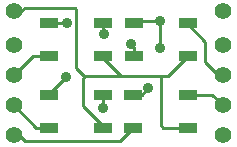
<source format=gtl>
G04 (created by PCBNEW (2013-07-07 BZR 4022)-stable) date 9/12/2014 12:20:54 AM*
%MOIN*%
G04 Gerber Fmt 3.4, Leading zero omitted, Abs format*
%FSLAX34Y34*%
G01*
G70*
G90*
G04 APERTURE LIST*
%ADD10C,0.00590551*%
%ADD11R,0.0590551X0.0354331*%
%ADD12C,0.055*%
%ADD13C,0.035*%
%ADD14C,0.01*%
G04 APERTURE END LIST*
G54D10*
G54D11*
X80623Y-57092D03*
X78812Y-57092D03*
X80623Y-55989D03*
X78812Y-55989D03*
X83455Y-57092D03*
X81644Y-57092D03*
X83455Y-55989D03*
X81644Y-55989D03*
X80623Y-59477D03*
X78812Y-59477D03*
X80623Y-58374D03*
X78812Y-58374D03*
X83443Y-59477D03*
X81632Y-59477D03*
X83443Y-58374D03*
X81632Y-58374D03*
G54D12*
X77655Y-56730D03*
X77655Y-57730D03*
X77655Y-58730D03*
X77655Y-59730D03*
X84626Y-59730D03*
X84626Y-58730D03*
X84626Y-57730D03*
X84626Y-56730D03*
X84626Y-55601D03*
X77660Y-55601D03*
G54D13*
X80645Y-56365D03*
X81550Y-56705D03*
X80635Y-58825D03*
X82510Y-55935D03*
X79410Y-55995D03*
X79395Y-57780D03*
X82125Y-58140D03*
X82515Y-56835D03*
G54D14*
X78812Y-57092D02*
X78292Y-57092D01*
X78292Y-57092D02*
X77655Y-57730D01*
X80623Y-56343D02*
X80645Y-56365D01*
X80623Y-55989D02*
X80623Y-56343D01*
X78812Y-59477D02*
X78402Y-59477D01*
X78402Y-59477D02*
X77655Y-58730D01*
X81632Y-59477D02*
X81627Y-59477D01*
X77835Y-59730D02*
X77655Y-59730D01*
X78030Y-59925D02*
X77835Y-59730D01*
X81180Y-59925D02*
X78030Y-59925D01*
X81627Y-59477D02*
X81180Y-59925D01*
X81644Y-57092D02*
X81644Y-56799D01*
X81644Y-56799D02*
X81550Y-56705D01*
X80070Y-57750D02*
X79995Y-57750D01*
X77899Y-55601D02*
X77660Y-55601D01*
X78015Y-55485D02*
X77899Y-55601D01*
X79695Y-55485D02*
X78015Y-55485D01*
X79740Y-55530D02*
X79695Y-55485D01*
X79740Y-57495D02*
X79740Y-55530D01*
X79995Y-57750D02*
X79740Y-57495D01*
X80623Y-59477D02*
X80623Y-59428D01*
X80040Y-57750D02*
X80070Y-57750D01*
X80070Y-57750D02*
X81225Y-57750D01*
X79950Y-57840D02*
X80040Y-57750D01*
X79950Y-58755D02*
X79950Y-57840D01*
X80623Y-59428D02*
X79950Y-58755D01*
X80623Y-57092D02*
X80623Y-57148D01*
X81225Y-57750D02*
X82560Y-57750D01*
X80623Y-57148D02*
X81225Y-57750D01*
X82560Y-57750D02*
X82797Y-57750D01*
X82637Y-59477D02*
X82560Y-59400D01*
X82560Y-59400D02*
X82560Y-57750D01*
X83443Y-59477D02*
X82637Y-59477D01*
X82797Y-57750D02*
X83455Y-57092D01*
X83455Y-55989D02*
X83455Y-56035D01*
X84475Y-57730D02*
X84626Y-57730D01*
X84040Y-57295D02*
X84475Y-57730D01*
X84040Y-56620D02*
X84040Y-57295D01*
X83455Y-56035D02*
X84040Y-56620D01*
X83443Y-58374D02*
X84271Y-58374D01*
X84271Y-58374D02*
X84626Y-58730D01*
X80623Y-58374D02*
X80623Y-58751D01*
X80640Y-58820D02*
X80635Y-58825D01*
X80640Y-58767D02*
X80640Y-58820D01*
X80623Y-58751D02*
X80640Y-58767D01*
X78812Y-55989D02*
X79374Y-55989D01*
X82510Y-55935D02*
X82515Y-55935D01*
X79380Y-55995D02*
X79410Y-55995D01*
X79374Y-55989D02*
X79380Y-55995D01*
X78812Y-58362D02*
X79395Y-57780D01*
X78812Y-58374D02*
X78812Y-58362D01*
X82515Y-55935D02*
X81699Y-55935D01*
X81920Y-58374D02*
X82125Y-58170D01*
X82125Y-58170D02*
X82125Y-58140D01*
X82515Y-56835D02*
X82515Y-55935D01*
X81632Y-58374D02*
X81920Y-58374D01*
X81699Y-55935D02*
X81644Y-55989D01*
M02*

</source>
